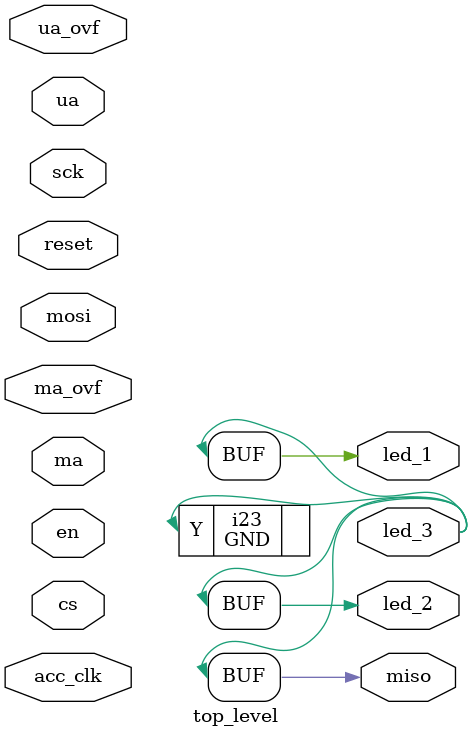
<source format=v>

module top_level (ua, ua_ovf, ma, ma_ovf, reset, en, acc_clk, 
            sck, miso, mosi, cs, led_1, led_2, led_3);   // ../top_level.vhdl(7[8:17])
    input [11:0]ua;   // ../top_level.vhdl(8[9:11])
    input ua_ovf;   // ../top_level.vhdl(9[5:11])
    input [11:0]ma;   // ../top_level.vhdl(10[5:7])
    input ma_ovf;   // ../top_level.vhdl(11[5:11])
    input reset;   // ../top_level.vhdl(12[5:10])
    input en;   // ../top_level.vhdl(13[5:7])
    input acc_clk;   // ../top_level.vhdl(14[5:12])
    input sck;   // ../top_level.vhdl(15[5:8])
    output miso;   // ../top_level.vhdl(16[5:9])
    input mosi;   // ../top_level.vhdl(17[5:9])
    input cs;   // ../top_level.vhdl(18[5:7])
    output led_1;   // ../top_level.vhdl(19[5:10])
    output led_2;   // ../top_level.vhdl(20[5:10])
    output led_3;   // ../top_level.vhdl(21[5:10])
    
    
    wire VCC_net;
    
    assign miso = led_3;   // ../top_level.vhdl(16[5:9])
    assign led_1 = led_3;   // ../top_level.vhdl(19[5:10])
    assign led_2 = led_3;   // ../top_level.vhdl(20[5:10])
    GND i23 (.Y(led_3));
    VCC i68 (.Y(VCC_net));
    
endmodule

</source>
